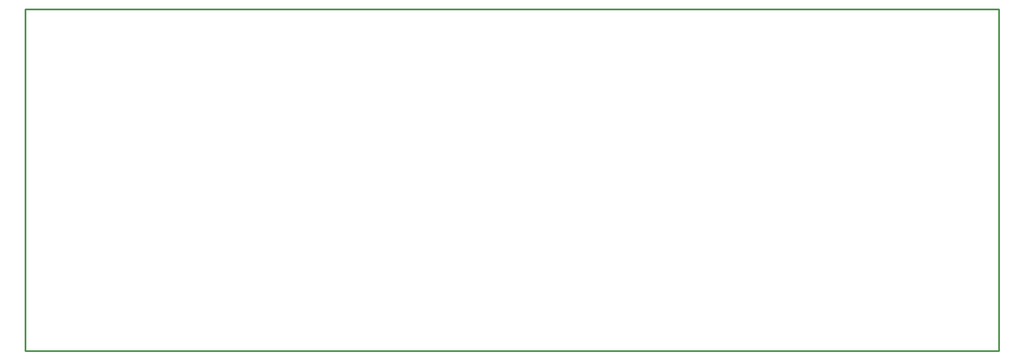
<source format=gbr>
%TF.GenerationSoftware,Altium Limited,Altium Designer,22.2.1 (43)*%
G04 Layer_Color=65535*
%FSLAX45Y45*%
%MOMM*%
%TF.SameCoordinates,3546A09D-0AB3-465C-A5BE-671B47EBA127*%
%TF.FilePolarity,Positive*%
%TF.FileFunction,Other,Board*%
%TF.Part,Single*%
G01*
G75*
%TA.AperFunction,NonConductor*%
%ADD11C,0.25400*%
D11*
X2500000Y2500000D02*
X15689999D01*
X15689999Y7550000D02*
X15689999Y2500000D01*
X1300000Y7550000D02*
X15689999D01*
X1300000Y2500000D02*
Y7550000D01*
Y2500000D02*
X2500000D01*
%TF.MD5,e0e9d5f5a3bfa30b92a9eda2da11164e*%
M02*

</source>
